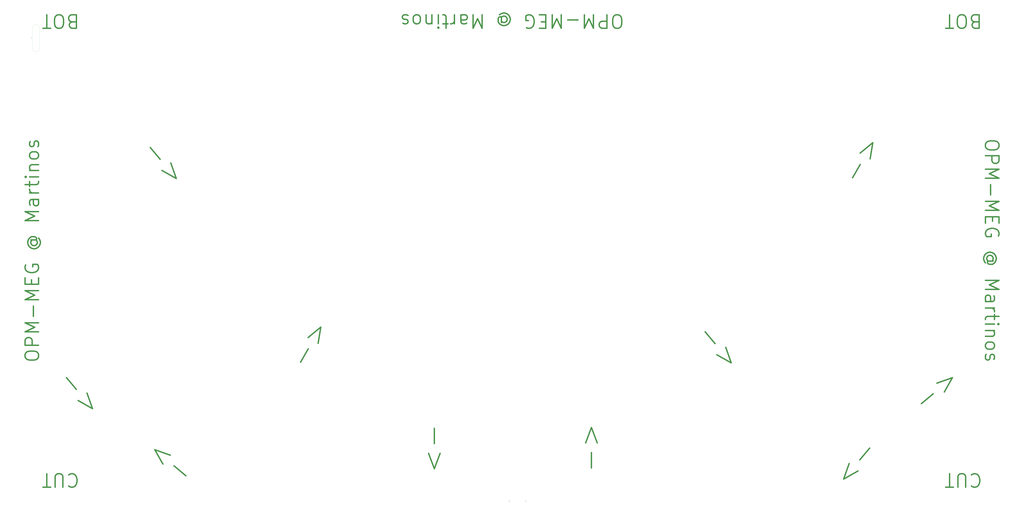
<source format=gbr>
%TF.GenerationSoftware,KiCad,Pcbnew,7.0.1-3b83917a11~172~ubuntu22.04.1*%
%TF.CreationDate,2023-07-04T11:09:48-04:00*%
%TF.ProjectId,coil_template_bott,636f696c-5f74-4656-9d70-6c6174655f62,rev?*%
%TF.SameCoordinates,Original*%
%TF.FileFunction,Legend,Top*%
%TF.FilePolarity,Positive*%
%FSLAX46Y46*%
G04 Gerber Fmt 4.6, Leading zero omitted, Abs format (unit mm)*
G04 Created by KiCad (PCBNEW 7.0.1-3b83917a11~172~ubuntu22.04.1) date 2023-07-04 11:09:48*
%MOMM*%
%LPD*%
G01*
G04 APERTURE LIST*
%ADD10C,2.000000*%
%ADD11C,0.150000*%
%ADD12C,0.120000*%
G04 APERTURE END LIST*
D10*
X107840221Y-597321787D02*
X129098604Y-609321766D01*
X129098604Y-609321766D02*
X120972411Y-586302571D01*
X105223636Y-580868687D02*
X90531348Y-563359100D01*
X1248924037Y-690708162D02*
X1240797844Y-713727358D01*
X1240797844Y-713727358D02*
X1262056228Y-701727378D01*
X1264672813Y-685274278D02*
X1279365101Y-667764691D01*
X93809523Y-707652380D02*
X94761904Y-706700000D01*
X94761904Y-706700000D02*
X97619047Y-705747619D01*
X97619047Y-705747619D02*
X99523809Y-705747619D01*
X99523809Y-705747619D02*
X102380952Y-706700000D01*
X102380952Y-706700000D02*
X104285714Y-708604761D01*
X104285714Y-708604761D02*
X105238095Y-710509523D01*
X105238095Y-710509523D02*
X106190476Y-714319047D01*
X106190476Y-714319047D02*
X106190476Y-717176190D01*
X106190476Y-717176190D02*
X105238095Y-720985714D01*
X105238095Y-720985714D02*
X104285714Y-722890476D01*
X104285714Y-722890476D02*
X102380952Y-724795238D01*
X102380952Y-724795238D02*
X99523809Y-725747619D01*
X99523809Y-725747619D02*
X97619047Y-725747619D01*
X97619047Y-725747619D02*
X94761904Y-724795238D01*
X94761904Y-724795238D02*
X93809523Y-723842857D01*
X85238095Y-725747619D02*
X85238095Y-709557142D01*
X85238095Y-709557142D02*
X84285714Y-707652380D01*
X84285714Y-707652380D02*
X83333333Y-706700000D01*
X83333333Y-706700000D02*
X81428571Y-705747619D01*
X81428571Y-705747619D02*
X77619047Y-705747619D01*
X77619047Y-705747619D02*
X75714285Y-706700000D01*
X75714285Y-706700000D02*
X74761904Y-707652380D01*
X74761904Y-707652380D02*
X73809523Y-709557142D01*
X73809523Y-709557142D02*
X73809523Y-725747619D01*
X67142857Y-725747619D02*
X55714285Y-725747619D01*
X61428571Y-705747619D02*
X61428571Y-725747619D01*
X907619047Y-45747619D02*
X903809523Y-45747619D01*
X903809523Y-45747619D02*
X901904761Y-44795238D01*
X901904761Y-44795238D02*
X899999999Y-42890476D01*
X899999999Y-42890476D02*
X899047618Y-39080952D01*
X899047618Y-39080952D02*
X899047618Y-32414285D01*
X899047618Y-32414285D02*
X899999999Y-28604761D01*
X899999999Y-28604761D02*
X901904761Y-26700000D01*
X901904761Y-26700000D02*
X903809523Y-25747619D01*
X903809523Y-25747619D02*
X907619047Y-25747619D01*
X907619047Y-25747619D02*
X909523809Y-26700000D01*
X909523809Y-26700000D02*
X911428571Y-28604761D01*
X911428571Y-28604761D02*
X912380952Y-32414285D01*
X912380952Y-32414285D02*
X912380952Y-39080952D01*
X912380952Y-39080952D02*
X911428571Y-42890476D01*
X911428571Y-42890476D02*
X909523809Y-44795238D01*
X909523809Y-44795238D02*
X907619047Y-45747619D01*
X890476190Y-25747619D02*
X890476190Y-45747619D01*
X890476190Y-45747619D02*
X882857142Y-45747619D01*
X882857142Y-45747619D02*
X880952380Y-44795238D01*
X880952380Y-44795238D02*
X879999999Y-43842857D01*
X879999999Y-43842857D02*
X879047618Y-41938095D01*
X879047618Y-41938095D02*
X879047618Y-39080952D01*
X879047618Y-39080952D02*
X879999999Y-37176190D01*
X879999999Y-37176190D02*
X880952380Y-36223809D01*
X880952380Y-36223809D02*
X882857142Y-35271428D01*
X882857142Y-35271428D02*
X890476190Y-35271428D01*
X870476190Y-25747619D02*
X870476190Y-45747619D01*
X870476190Y-45747619D02*
X863809523Y-31461904D01*
X863809523Y-31461904D02*
X857142856Y-45747619D01*
X857142856Y-45747619D02*
X857142856Y-25747619D01*
X847619047Y-33366666D02*
X832380952Y-33366666D01*
X822857142Y-25747619D02*
X822857142Y-45747619D01*
X822857142Y-45747619D02*
X816190475Y-31461904D01*
X816190475Y-31461904D02*
X809523808Y-45747619D01*
X809523808Y-45747619D02*
X809523808Y-25747619D01*
X799999999Y-36223809D02*
X793333332Y-36223809D01*
X790476189Y-25747619D02*
X799999999Y-25747619D01*
X799999999Y-25747619D02*
X799999999Y-45747619D01*
X799999999Y-45747619D02*
X790476189Y-45747619D01*
X771428570Y-44795238D02*
X773333332Y-45747619D01*
X773333332Y-45747619D02*
X776190475Y-45747619D01*
X776190475Y-45747619D02*
X779047618Y-44795238D01*
X779047618Y-44795238D02*
X780952380Y-42890476D01*
X780952380Y-42890476D02*
X781904761Y-40985714D01*
X781904761Y-40985714D02*
X782857142Y-37176190D01*
X782857142Y-37176190D02*
X782857142Y-34319047D01*
X782857142Y-34319047D02*
X781904761Y-30509523D01*
X781904761Y-30509523D02*
X780952380Y-28604761D01*
X780952380Y-28604761D02*
X779047618Y-26700000D01*
X779047618Y-26700000D02*
X776190475Y-25747619D01*
X776190475Y-25747619D02*
X774285713Y-25747619D01*
X774285713Y-25747619D02*
X771428570Y-26700000D01*
X771428570Y-26700000D02*
X770476189Y-27652380D01*
X770476189Y-27652380D02*
X770476189Y-34319047D01*
X770476189Y-34319047D02*
X774285713Y-34319047D01*
X734285713Y-35271428D02*
X735238094Y-36223809D01*
X735238094Y-36223809D02*
X737142856Y-37176190D01*
X737142856Y-37176190D02*
X739047618Y-37176190D01*
X739047618Y-37176190D02*
X740952380Y-36223809D01*
X740952380Y-36223809D02*
X741904761Y-35271428D01*
X741904761Y-35271428D02*
X742857142Y-33366666D01*
X742857142Y-33366666D02*
X742857142Y-31461904D01*
X742857142Y-31461904D02*
X741904761Y-29557142D01*
X741904761Y-29557142D02*
X740952380Y-28604761D01*
X740952380Y-28604761D02*
X739047618Y-27652380D01*
X739047618Y-27652380D02*
X737142856Y-27652380D01*
X737142856Y-27652380D02*
X735238094Y-28604761D01*
X735238094Y-28604761D02*
X734285713Y-29557142D01*
X734285713Y-37176190D02*
X734285713Y-29557142D01*
X734285713Y-29557142D02*
X733333332Y-28604761D01*
X733333332Y-28604761D02*
X732380951Y-28604761D01*
X732380951Y-28604761D02*
X730476190Y-29557142D01*
X730476190Y-29557142D02*
X729523809Y-31461904D01*
X729523809Y-31461904D02*
X729523809Y-36223809D01*
X729523809Y-36223809D02*
X731428571Y-39080952D01*
X731428571Y-39080952D02*
X734285713Y-40985714D01*
X734285713Y-40985714D02*
X738095237Y-41938095D01*
X738095237Y-41938095D02*
X741904761Y-40985714D01*
X741904761Y-40985714D02*
X744761904Y-39080952D01*
X744761904Y-39080952D02*
X746666666Y-36223809D01*
X746666666Y-36223809D02*
X747619047Y-32414285D01*
X747619047Y-32414285D02*
X746666666Y-28604761D01*
X746666666Y-28604761D02*
X744761904Y-25747619D01*
X744761904Y-25747619D02*
X741904761Y-23842857D01*
X741904761Y-23842857D02*
X738095237Y-22890476D01*
X738095237Y-22890476D02*
X734285713Y-23842857D01*
X734285713Y-23842857D02*
X731428571Y-25747619D01*
X705714285Y-25747619D02*
X705714285Y-45747619D01*
X705714285Y-45747619D02*
X699047618Y-31461904D01*
X699047618Y-31461904D02*
X692380951Y-45747619D01*
X692380951Y-45747619D02*
X692380951Y-25747619D01*
X674285713Y-25747619D02*
X674285713Y-36223809D01*
X674285713Y-36223809D02*
X675238094Y-38128571D01*
X675238094Y-38128571D02*
X677142856Y-39080952D01*
X677142856Y-39080952D02*
X680952380Y-39080952D01*
X680952380Y-39080952D02*
X682857142Y-38128571D01*
X674285713Y-26700000D02*
X676190475Y-25747619D01*
X676190475Y-25747619D02*
X680952380Y-25747619D01*
X680952380Y-25747619D02*
X682857142Y-26700000D01*
X682857142Y-26700000D02*
X683809523Y-28604761D01*
X683809523Y-28604761D02*
X683809523Y-30509523D01*
X683809523Y-30509523D02*
X682857142Y-32414285D01*
X682857142Y-32414285D02*
X680952380Y-33366666D01*
X680952380Y-33366666D02*
X676190475Y-33366666D01*
X676190475Y-33366666D02*
X674285713Y-34319047D01*
X664761904Y-25747619D02*
X664761904Y-39080952D01*
X664761904Y-35271428D02*
X663809523Y-37176190D01*
X663809523Y-37176190D02*
X662857142Y-38128571D01*
X662857142Y-38128571D02*
X660952380Y-39080952D01*
X660952380Y-39080952D02*
X659047618Y-39080952D01*
X655238095Y-39080952D02*
X647619047Y-39080952D01*
X652380952Y-45747619D02*
X652380952Y-28604761D01*
X652380952Y-28604761D02*
X651428571Y-26700000D01*
X651428571Y-26700000D02*
X649523809Y-25747619D01*
X649523809Y-25747619D02*
X647619047Y-25747619D01*
X640952381Y-25747619D02*
X640952381Y-39080952D01*
X640952381Y-45747619D02*
X641904762Y-44795238D01*
X641904762Y-44795238D02*
X640952381Y-43842857D01*
X640952381Y-43842857D02*
X640000000Y-44795238D01*
X640000000Y-44795238D02*
X640952381Y-45747619D01*
X640952381Y-45747619D02*
X640952381Y-43842857D01*
X631428571Y-39080952D02*
X631428571Y-25747619D01*
X631428571Y-37176190D02*
X630476190Y-38128571D01*
X630476190Y-38128571D02*
X628571428Y-39080952D01*
X628571428Y-39080952D02*
X625714285Y-39080952D01*
X625714285Y-39080952D02*
X623809523Y-38128571D01*
X623809523Y-38128571D02*
X622857142Y-36223809D01*
X622857142Y-36223809D02*
X622857142Y-25747619D01*
X610476190Y-25747619D02*
X612380952Y-26700000D01*
X612380952Y-26700000D02*
X613333333Y-27652380D01*
X613333333Y-27652380D02*
X614285714Y-29557142D01*
X614285714Y-29557142D02*
X614285714Y-35271428D01*
X614285714Y-35271428D02*
X613333333Y-37176190D01*
X613333333Y-37176190D02*
X612380952Y-38128571D01*
X612380952Y-38128571D02*
X610476190Y-39080952D01*
X610476190Y-39080952D02*
X607619047Y-39080952D01*
X607619047Y-39080952D02*
X605714285Y-38128571D01*
X605714285Y-38128571D02*
X604761904Y-37176190D01*
X604761904Y-37176190D02*
X603809523Y-35271428D01*
X603809523Y-35271428D02*
X603809523Y-29557142D01*
X603809523Y-29557142D02*
X604761904Y-27652380D01*
X604761904Y-27652380D02*
X605714285Y-26700000D01*
X605714285Y-26700000D02*
X607619047Y-25747619D01*
X607619047Y-25747619D02*
X610476190Y-25747619D01*
X596190476Y-26700000D02*
X594285714Y-25747619D01*
X594285714Y-25747619D02*
X590476190Y-25747619D01*
X590476190Y-25747619D02*
X588571428Y-26700000D01*
X588571428Y-26700000D02*
X587619047Y-28604761D01*
X587619047Y-28604761D02*
X587619047Y-29557142D01*
X587619047Y-29557142D02*
X588571428Y-31461904D01*
X588571428Y-31461904D02*
X590476190Y-32414285D01*
X590476190Y-32414285D02*
X593333333Y-32414285D01*
X593333333Y-32414285D02*
X595238095Y-33366666D01*
X595238095Y-33366666D02*
X596190476Y-35271428D01*
X596190476Y-35271428D02*
X596190476Y-36223809D01*
X596190476Y-36223809D02*
X595238095Y-38128571D01*
X595238095Y-38128571D02*
X593333333Y-39080952D01*
X593333333Y-39080952D02*
X590476190Y-39080952D01*
X590476190Y-39080952D02*
X588571428Y-38128571D01*
X1470747619Y-217380952D02*
X1470747619Y-221190476D01*
X1470747619Y-221190476D02*
X1469795238Y-223095238D01*
X1469795238Y-223095238D02*
X1467890476Y-225000000D01*
X1467890476Y-225000000D02*
X1464080952Y-225952381D01*
X1464080952Y-225952381D02*
X1457414285Y-225952381D01*
X1457414285Y-225952381D02*
X1453604761Y-225000000D01*
X1453604761Y-225000000D02*
X1451700000Y-223095238D01*
X1451700000Y-223095238D02*
X1450747619Y-221190476D01*
X1450747619Y-221190476D02*
X1450747619Y-217380952D01*
X1450747619Y-217380952D02*
X1451700000Y-215476190D01*
X1451700000Y-215476190D02*
X1453604761Y-213571428D01*
X1453604761Y-213571428D02*
X1457414285Y-212619047D01*
X1457414285Y-212619047D02*
X1464080952Y-212619047D01*
X1464080952Y-212619047D02*
X1467890476Y-213571428D01*
X1467890476Y-213571428D02*
X1469795238Y-215476190D01*
X1469795238Y-215476190D02*
X1470747619Y-217380952D01*
X1450747619Y-234523809D02*
X1470747619Y-234523809D01*
X1470747619Y-234523809D02*
X1470747619Y-242142857D01*
X1470747619Y-242142857D02*
X1469795238Y-244047619D01*
X1469795238Y-244047619D02*
X1468842857Y-245000000D01*
X1468842857Y-245000000D02*
X1466938095Y-245952381D01*
X1466938095Y-245952381D02*
X1464080952Y-245952381D01*
X1464080952Y-245952381D02*
X1462176190Y-245000000D01*
X1462176190Y-245000000D02*
X1461223809Y-244047619D01*
X1461223809Y-244047619D02*
X1460271428Y-242142857D01*
X1460271428Y-242142857D02*
X1460271428Y-234523809D01*
X1450747619Y-254523809D02*
X1470747619Y-254523809D01*
X1470747619Y-254523809D02*
X1456461904Y-261190476D01*
X1456461904Y-261190476D02*
X1470747619Y-267857143D01*
X1470747619Y-267857143D02*
X1450747619Y-267857143D01*
X1458366666Y-277380952D02*
X1458366666Y-292619048D01*
X1450747619Y-302142857D02*
X1470747619Y-302142857D01*
X1470747619Y-302142857D02*
X1456461904Y-308809524D01*
X1456461904Y-308809524D02*
X1470747619Y-315476191D01*
X1470747619Y-315476191D02*
X1450747619Y-315476191D01*
X1461223809Y-325000000D02*
X1461223809Y-331666667D01*
X1450747619Y-334523810D02*
X1450747619Y-325000000D01*
X1450747619Y-325000000D02*
X1470747619Y-325000000D01*
X1470747619Y-325000000D02*
X1470747619Y-334523810D01*
X1469795238Y-353571429D02*
X1470747619Y-351666667D01*
X1470747619Y-351666667D02*
X1470747619Y-348809524D01*
X1470747619Y-348809524D02*
X1469795238Y-345952381D01*
X1469795238Y-345952381D02*
X1467890476Y-344047619D01*
X1467890476Y-344047619D02*
X1465985714Y-343095238D01*
X1465985714Y-343095238D02*
X1462176190Y-342142857D01*
X1462176190Y-342142857D02*
X1459319047Y-342142857D01*
X1459319047Y-342142857D02*
X1455509523Y-343095238D01*
X1455509523Y-343095238D02*
X1453604761Y-344047619D01*
X1453604761Y-344047619D02*
X1451700000Y-345952381D01*
X1451700000Y-345952381D02*
X1450747619Y-348809524D01*
X1450747619Y-348809524D02*
X1450747619Y-350714286D01*
X1450747619Y-350714286D02*
X1451700000Y-353571429D01*
X1451700000Y-353571429D02*
X1452652380Y-354523810D01*
X1452652380Y-354523810D02*
X1459319047Y-354523810D01*
X1459319047Y-354523810D02*
X1459319047Y-350714286D01*
X1460271428Y-390714286D02*
X1461223809Y-389761905D01*
X1461223809Y-389761905D02*
X1462176190Y-387857143D01*
X1462176190Y-387857143D02*
X1462176190Y-385952381D01*
X1462176190Y-385952381D02*
X1461223809Y-384047619D01*
X1461223809Y-384047619D02*
X1460271428Y-383095238D01*
X1460271428Y-383095238D02*
X1458366666Y-382142857D01*
X1458366666Y-382142857D02*
X1456461904Y-382142857D01*
X1456461904Y-382142857D02*
X1454557142Y-383095238D01*
X1454557142Y-383095238D02*
X1453604761Y-384047619D01*
X1453604761Y-384047619D02*
X1452652380Y-385952381D01*
X1452652380Y-385952381D02*
X1452652380Y-387857143D01*
X1452652380Y-387857143D02*
X1453604761Y-389761905D01*
X1453604761Y-389761905D02*
X1454557142Y-390714286D01*
X1462176190Y-390714286D02*
X1454557142Y-390714286D01*
X1454557142Y-390714286D02*
X1453604761Y-391666667D01*
X1453604761Y-391666667D02*
X1453604761Y-392619048D01*
X1453604761Y-392619048D02*
X1454557142Y-394523809D01*
X1454557142Y-394523809D02*
X1456461904Y-395476190D01*
X1456461904Y-395476190D02*
X1461223809Y-395476190D01*
X1461223809Y-395476190D02*
X1464080952Y-393571429D01*
X1464080952Y-393571429D02*
X1465985714Y-390714286D01*
X1465985714Y-390714286D02*
X1466938095Y-386904762D01*
X1466938095Y-386904762D02*
X1465985714Y-383095238D01*
X1465985714Y-383095238D02*
X1464080952Y-380238095D01*
X1464080952Y-380238095D02*
X1461223809Y-378333333D01*
X1461223809Y-378333333D02*
X1457414285Y-377380952D01*
X1457414285Y-377380952D02*
X1453604761Y-378333333D01*
X1453604761Y-378333333D02*
X1450747619Y-380238095D01*
X1450747619Y-380238095D02*
X1448842857Y-383095238D01*
X1448842857Y-383095238D02*
X1447890476Y-386904762D01*
X1447890476Y-386904762D02*
X1448842857Y-390714286D01*
X1448842857Y-390714286D02*
X1450747619Y-393571429D01*
X1450747619Y-419285714D02*
X1470747619Y-419285714D01*
X1470747619Y-419285714D02*
X1456461904Y-425952381D01*
X1456461904Y-425952381D02*
X1470747619Y-432619048D01*
X1470747619Y-432619048D02*
X1450747619Y-432619048D01*
X1450747619Y-450714286D02*
X1461223809Y-450714286D01*
X1461223809Y-450714286D02*
X1463128571Y-449761905D01*
X1463128571Y-449761905D02*
X1464080952Y-447857143D01*
X1464080952Y-447857143D02*
X1464080952Y-444047619D01*
X1464080952Y-444047619D02*
X1463128571Y-442142857D01*
X1451700000Y-450714286D02*
X1450747619Y-448809524D01*
X1450747619Y-448809524D02*
X1450747619Y-444047619D01*
X1450747619Y-444047619D02*
X1451700000Y-442142857D01*
X1451700000Y-442142857D02*
X1453604761Y-441190476D01*
X1453604761Y-441190476D02*
X1455509523Y-441190476D01*
X1455509523Y-441190476D02*
X1457414285Y-442142857D01*
X1457414285Y-442142857D02*
X1458366666Y-444047619D01*
X1458366666Y-444047619D02*
X1458366666Y-448809524D01*
X1458366666Y-448809524D02*
X1459319047Y-450714286D01*
X1450747619Y-460238095D02*
X1464080952Y-460238095D01*
X1460271428Y-460238095D02*
X1462176190Y-461190476D01*
X1462176190Y-461190476D02*
X1463128571Y-462142857D01*
X1463128571Y-462142857D02*
X1464080952Y-464047619D01*
X1464080952Y-464047619D02*
X1464080952Y-465952381D01*
X1464080952Y-469761904D02*
X1464080952Y-477380952D01*
X1470747619Y-472619047D02*
X1453604761Y-472619047D01*
X1453604761Y-472619047D02*
X1451700000Y-473571428D01*
X1451700000Y-473571428D02*
X1450747619Y-475476190D01*
X1450747619Y-475476190D02*
X1450747619Y-477380952D01*
X1450747619Y-484047618D02*
X1464080952Y-484047618D01*
X1470747619Y-484047618D02*
X1469795238Y-483095237D01*
X1469795238Y-483095237D02*
X1468842857Y-484047618D01*
X1468842857Y-484047618D02*
X1469795238Y-484999999D01*
X1469795238Y-484999999D02*
X1470747619Y-484047618D01*
X1470747619Y-484047618D02*
X1468842857Y-484047618D01*
X1464080952Y-493571428D02*
X1450747619Y-493571428D01*
X1462176190Y-493571428D02*
X1463128571Y-494523809D01*
X1463128571Y-494523809D02*
X1464080952Y-496428571D01*
X1464080952Y-496428571D02*
X1464080952Y-499285714D01*
X1464080952Y-499285714D02*
X1463128571Y-501190476D01*
X1463128571Y-501190476D02*
X1461223809Y-502142857D01*
X1461223809Y-502142857D02*
X1450747619Y-502142857D01*
X1450747619Y-514523809D02*
X1451700000Y-512619047D01*
X1451700000Y-512619047D02*
X1452652380Y-511666666D01*
X1452652380Y-511666666D02*
X1454557142Y-510714285D01*
X1454557142Y-510714285D02*
X1460271428Y-510714285D01*
X1460271428Y-510714285D02*
X1462176190Y-511666666D01*
X1462176190Y-511666666D02*
X1463128571Y-512619047D01*
X1463128571Y-512619047D02*
X1464080952Y-514523809D01*
X1464080952Y-514523809D02*
X1464080952Y-517380952D01*
X1464080952Y-517380952D02*
X1463128571Y-519285714D01*
X1463128571Y-519285714D02*
X1462176190Y-520238095D01*
X1462176190Y-520238095D02*
X1460271428Y-521190476D01*
X1460271428Y-521190476D02*
X1454557142Y-521190476D01*
X1454557142Y-521190476D02*
X1452652380Y-520238095D01*
X1452652380Y-520238095D02*
X1451700000Y-519285714D01*
X1451700000Y-519285714D02*
X1450747619Y-517380952D01*
X1450747619Y-517380952D02*
X1450747619Y-514523809D01*
X1451700000Y-528809523D02*
X1450747619Y-530714285D01*
X1450747619Y-530714285D02*
X1450747619Y-534523809D01*
X1450747619Y-534523809D02*
X1451700000Y-536428571D01*
X1451700000Y-536428571D02*
X1453604761Y-537380952D01*
X1453604761Y-537380952D02*
X1454557142Y-537380952D01*
X1454557142Y-537380952D02*
X1456461904Y-536428571D01*
X1456461904Y-536428571D02*
X1457414285Y-534523809D01*
X1457414285Y-534523809D02*
X1457414285Y-531666666D01*
X1457414285Y-531666666D02*
X1458366666Y-529761904D01*
X1458366666Y-529761904D02*
X1460271428Y-528809523D01*
X1460271428Y-528809523D02*
X1461223809Y-528809523D01*
X1461223809Y-528809523D02*
X1463128571Y-529761904D01*
X1463128571Y-529761904D02*
X1464080952Y-531666666D01*
X1464080952Y-531666666D02*
X1464080952Y-534523809D01*
X1464080952Y-534523809D02*
X1463128571Y-536428571D01*
X29252380Y-532619047D02*
X29252380Y-528809523D01*
X29252380Y-528809523D02*
X30204761Y-526904761D01*
X30204761Y-526904761D02*
X32109523Y-524999999D01*
X32109523Y-524999999D02*
X35919047Y-524047618D01*
X35919047Y-524047618D02*
X42585714Y-524047618D01*
X42585714Y-524047618D02*
X46395238Y-524999999D01*
X46395238Y-524999999D02*
X48300000Y-526904761D01*
X48300000Y-526904761D02*
X49252380Y-528809523D01*
X49252380Y-528809523D02*
X49252380Y-532619047D01*
X49252380Y-532619047D02*
X48300000Y-534523809D01*
X48300000Y-534523809D02*
X46395238Y-536428571D01*
X46395238Y-536428571D02*
X42585714Y-537380952D01*
X42585714Y-537380952D02*
X35919047Y-537380952D01*
X35919047Y-537380952D02*
X32109523Y-536428571D01*
X32109523Y-536428571D02*
X30204761Y-534523809D01*
X30204761Y-534523809D02*
X29252380Y-532619047D01*
X49252380Y-515476190D02*
X29252380Y-515476190D01*
X29252380Y-515476190D02*
X29252380Y-507857142D01*
X29252380Y-507857142D02*
X30204761Y-505952380D01*
X30204761Y-505952380D02*
X31157142Y-504999999D01*
X31157142Y-504999999D02*
X33061904Y-504047618D01*
X33061904Y-504047618D02*
X35919047Y-504047618D01*
X35919047Y-504047618D02*
X37823809Y-504999999D01*
X37823809Y-504999999D02*
X38776190Y-505952380D01*
X38776190Y-505952380D02*
X39728571Y-507857142D01*
X39728571Y-507857142D02*
X39728571Y-515476190D01*
X49252380Y-495476190D02*
X29252380Y-495476190D01*
X29252380Y-495476190D02*
X43538095Y-488809523D01*
X43538095Y-488809523D02*
X29252380Y-482142856D01*
X29252380Y-482142856D02*
X49252380Y-482142856D01*
X41633333Y-472619047D02*
X41633333Y-457380952D01*
X49252380Y-447857142D02*
X29252380Y-447857142D01*
X29252380Y-447857142D02*
X43538095Y-441190475D01*
X43538095Y-441190475D02*
X29252380Y-434523808D01*
X29252380Y-434523808D02*
X49252380Y-434523808D01*
X38776190Y-424999999D02*
X38776190Y-418333332D01*
X49252380Y-415476189D02*
X49252380Y-424999999D01*
X49252380Y-424999999D02*
X29252380Y-424999999D01*
X29252380Y-424999999D02*
X29252380Y-415476189D01*
X30204761Y-396428570D02*
X29252380Y-398333332D01*
X29252380Y-398333332D02*
X29252380Y-401190475D01*
X29252380Y-401190475D02*
X30204761Y-404047618D01*
X30204761Y-404047618D02*
X32109523Y-405952380D01*
X32109523Y-405952380D02*
X34014285Y-406904761D01*
X34014285Y-406904761D02*
X37823809Y-407857142D01*
X37823809Y-407857142D02*
X40680952Y-407857142D01*
X40680952Y-407857142D02*
X44490476Y-406904761D01*
X44490476Y-406904761D02*
X46395238Y-405952380D01*
X46395238Y-405952380D02*
X48300000Y-404047618D01*
X48300000Y-404047618D02*
X49252380Y-401190475D01*
X49252380Y-401190475D02*
X49252380Y-399285713D01*
X49252380Y-399285713D02*
X48300000Y-396428570D01*
X48300000Y-396428570D02*
X47347619Y-395476189D01*
X47347619Y-395476189D02*
X40680952Y-395476189D01*
X40680952Y-395476189D02*
X40680952Y-399285713D01*
X39728571Y-359285713D02*
X38776190Y-360238094D01*
X38776190Y-360238094D02*
X37823809Y-362142856D01*
X37823809Y-362142856D02*
X37823809Y-364047618D01*
X37823809Y-364047618D02*
X38776190Y-365952380D01*
X38776190Y-365952380D02*
X39728571Y-366904761D01*
X39728571Y-366904761D02*
X41633333Y-367857142D01*
X41633333Y-367857142D02*
X43538095Y-367857142D01*
X43538095Y-367857142D02*
X45442857Y-366904761D01*
X45442857Y-366904761D02*
X46395238Y-365952380D01*
X46395238Y-365952380D02*
X47347619Y-364047618D01*
X47347619Y-364047618D02*
X47347619Y-362142856D01*
X47347619Y-362142856D02*
X46395238Y-360238094D01*
X46395238Y-360238094D02*
X45442857Y-359285713D01*
X37823809Y-359285713D02*
X45442857Y-359285713D01*
X45442857Y-359285713D02*
X46395238Y-358333332D01*
X46395238Y-358333332D02*
X46395238Y-357380951D01*
X46395238Y-357380951D02*
X45442857Y-355476190D01*
X45442857Y-355476190D02*
X43538095Y-354523809D01*
X43538095Y-354523809D02*
X38776190Y-354523809D01*
X38776190Y-354523809D02*
X35919047Y-356428571D01*
X35919047Y-356428571D02*
X34014285Y-359285713D01*
X34014285Y-359285713D02*
X33061904Y-363095237D01*
X33061904Y-363095237D02*
X34014285Y-366904761D01*
X34014285Y-366904761D02*
X35919047Y-369761904D01*
X35919047Y-369761904D02*
X38776190Y-371666666D01*
X38776190Y-371666666D02*
X42585714Y-372619047D01*
X42585714Y-372619047D02*
X46395238Y-371666666D01*
X46395238Y-371666666D02*
X49252380Y-369761904D01*
X49252380Y-369761904D02*
X51157142Y-366904761D01*
X51157142Y-366904761D02*
X52109523Y-363095237D01*
X52109523Y-363095237D02*
X51157142Y-359285713D01*
X51157142Y-359285713D02*
X49252380Y-356428571D01*
X49252380Y-330714285D02*
X29252380Y-330714285D01*
X29252380Y-330714285D02*
X43538095Y-324047618D01*
X43538095Y-324047618D02*
X29252380Y-317380951D01*
X29252380Y-317380951D02*
X49252380Y-317380951D01*
X49252380Y-299285713D02*
X38776190Y-299285713D01*
X38776190Y-299285713D02*
X36871428Y-300238094D01*
X36871428Y-300238094D02*
X35919047Y-302142856D01*
X35919047Y-302142856D02*
X35919047Y-305952380D01*
X35919047Y-305952380D02*
X36871428Y-307857142D01*
X48300000Y-299285713D02*
X49252380Y-301190475D01*
X49252380Y-301190475D02*
X49252380Y-305952380D01*
X49252380Y-305952380D02*
X48300000Y-307857142D01*
X48300000Y-307857142D02*
X46395238Y-308809523D01*
X46395238Y-308809523D02*
X44490476Y-308809523D01*
X44490476Y-308809523D02*
X42585714Y-307857142D01*
X42585714Y-307857142D02*
X41633333Y-305952380D01*
X41633333Y-305952380D02*
X41633333Y-301190475D01*
X41633333Y-301190475D02*
X40680952Y-299285713D01*
X49252380Y-289761904D02*
X35919047Y-289761904D01*
X39728571Y-289761904D02*
X37823809Y-288809523D01*
X37823809Y-288809523D02*
X36871428Y-287857142D01*
X36871428Y-287857142D02*
X35919047Y-285952380D01*
X35919047Y-285952380D02*
X35919047Y-284047618D01*
X35919047Y-280238095D02*
X35919047Y-272619047D01*
X29252380Y-277380952D02*
X46395238Y-277380952D01*
X46395238Y-277380952D02*
X48300000Y-276428571D01*
X48300000Y-276428571D02*
X49252380Y-274523809D01*
X49252380Y-274523809D02*
X49252380Y-272619047D01*
X49252380Y-265952381D02*
X35919047Y-265952381D01*
X29252380Y-265952381D02*
X30204761Y-266904762D01*
X30204761Y-266904762D02*
X31157142Y-265952381D01*
X31157142Y-265952381D02*
X30204761Y-265000000D01*
X30204761Y-265000000D02*
X29252380Y-265952381D01*
X29252380Y-265952381D02*
X31157142Y-265952381D01*
X35919047Y-256428571D02*
X49252380Y-256428571D01*
X37823809Y-256428571D02*
X36871428Y-255476190D01*
X36871428Y-255476190D02*
X35919047Y-253571428D01*
X35919047Y-253571428D02*
X35919047Y-250714285D01*
X35919047Y-250714285D02*
X36871428Y-248809523D01*
X36871428Y-248809523D02*
X38776190Y-247857142D01*
X38776190Y-247857142D02*
X49252380Y-247857142D01*
X49252380Y-235476190D02*
X48300000Y-237380952D01*
X48300000Y-237380952D02*
X47347619Y-238333333D01*
X47347619Y-238333333D02*
X45442857Y-239285714D01*
X45442857Y-239285714D02*
X39728571Y-239285714D01*
X39728571Y-239285714D02*
X37823809Y-238333333D01*
X37823809Y-238333333D02*
X36871428Y-237380952D01*
X36871428Y-237380952D02*
X35919047Y-235476190D01*
X35919047Y-235476190D02*
X35919047Y-232619047D01*
X35919047Y-232619047D02*
X36871428Y-230714285D01*
X36871428Y-230714285D02*
X37823809Y-229761904D01*
X37823809Y-229761904D02*
X39728571Y-228809523D01*
X39728571Y-228809523D02*
X45442857Y-228809523D01*
X45442857Y-228809523D02*
X47347619Y-229761904D01*
X47347619Y-229761904D02*
X48300000Y-230714285D01*
X48300000Y-230714285D02*
X49252380Y-232619047D01*
X49252380Y-232619047D02*
X49252380Y-235476190D01*
X48300000Y-221190476D02*
X49252380Y-219285714D01*
X49252380Y-219285714D02*
X49252380Y-215476190D01*
X49252380Y-215476190D02*
X48300000Y-213571428D01*
X48300000Y-213571428D02*
X46395238Y-212619047D01*
X46395238Y-212619047D02*
X45442857Y-212619047D01*
X45442857Y-212619047D02*
X43538095Y-213571428D01*
X43538095Y-213571428D02*
X42585714Y-215476190D01*
X42585714Y-215476190D02*
X42585714Y-218333333D01*
X42585714Y-218333333D02*
X41633333Y-220238095D01*
X41633333Y-220238095D02*
X39728571Y-221190476D01*
X39728571Y-221190476D02*
X38776190Y-221190476D01*
X38776190Y-221190476D02*
X36871428Y-220238095D01*
X36871428Y-220238095D02*
X35919047Y-218333333D01*
X35919047Y-218333333D02*
X35919047Y-215476190D01*
X35919047Y-215476190D02*
X36871428Y-213571428D01*
X1389855178Y-584685206D02*
X1401855157Y-563426823D01*
X1401855157Y-563426823D02*
X1378835962Y-571553016D01*
X1373402078Y-587301791D02*
X1355892491Y-601994079D01*
X1280042016Y-239290722D02*
X1284047513Y-215210141D01*
X1284047513Y-215210141D02*
X1265195866Y-230719293D01*
X1265476084Y-247376799D02*
X1254047513Y-267171665D01*
X876133081Y-660170871D02*
X867561653Y-637313728D01*
X867561653Y-637313728D02*
X858990224Y-660170871D01*
X867561653Y-674456585D02*
X867561653Y-697313728D01*
X1053162037Y-529491178D02*
X1074420420Y-541491157D01*
X1074420420Y-541491157D02*
X1066294227Y-518471962D01*
X1050545452Y-513038078D02*
X1035853164Y-495528491D01*
X244286462Y-678374995D02*
X221267266Y-670248802D01*
X221267266Y-670248802D02*
X233267246Y-691507186D01*
X249720346Y-694123771D02*
X267229933Y-708816059D01*
X626464798Y-675538214D02*
X635036227Y-698395356D01*
X635036227Y-698395356D02*
X643607655Y-675538214D01*
X635036227Y-661252499D02*
X635036227Y-638395357D01*
X231844980Y-256335286D02*
X253103363Y-268335265D01*
X253103363Y-268335265D02*
X244977170Y-245316070D01*
X229228395Y-239882186D02*
X214536107Y-222372599D01*
X1429999999Y-707652380D02*
X1430952380Y-706700000D01*
X1430952380Y-706700000D02*
X1433809523Y-705747619D01*
X1433809523Y-705747619D02*
X1435714285Y-705747619D01*
X1435714285Y-705747619D02*
X1438571428Y-706700000D01*
X1438571428Y-706700000D02*
X1440476190Y-708604761D01*
X1440476190Y-708604761D02*
X1441428571Y-710509523D01*
X1441428571Y-710509523D02*
X1442380952Y-714319047D01*
X1442380952Y-714319047D02*
X1442380952Y-717176190D01*
X1442380952Y-717176190D02*
X1441428571Y-720985714D01*
X1441428571Y-720985714D02*
X1440476190Y-722890476D01*
X1440476190Y-722890476D02*
X1438571428Y-724795238D01*
X1438571428Y-724795238D02*
X1435714285Y-725747619D01*
X1435714285Y-725747619D02*
X1433809523Y-725747619D01*
X1433809523Y-725747619D02*
X1430952380Y-724795238D01*
X1430952380Y-724795238D02*
X1429999999Y-723842857D01*
X1421428571Y-725747619D02*
X1421428571Y-709557142D01*
X1421428571Y-709557142D02*
X1420476190Y-707652380D01*
X1420476190Y-707652380D02*
X1419523809Y-706700000D01*
X1419523809Y-706700000D02*
X1417619047Y-705747619D01*
X1417619047Y-705747619D02*
X1413809523Y-705747619D01*
X1413809523Y-705747619D02*
X1411904761Y-706700000D01*
X1411904761Y-706700000D02*
X1410952380Y-707652380D01*
X1410952380Y-707652380D02*
X1409999999Y-709557142D01*
X1409999999Y-709557142D02*
X1409999999Y-725747619D01*
X1403333333Y-725747619D02*
X1391904761Y-725747619D01*
X1397619047Y-705747619D02*
X1397619047Y-725747619D01*
X98571428Y-36223809D02*
X95714285Y-35271428D01*
X95714285Y-35271428D02*
X94761904Y-34319047D01*
X94761904Y-34319047D02*
X93809523Y-32414285D01*
X93809523Y-32414285D02*
X93809523Y-29557142D01*
X93809523Y-29557142D02*
X94761904Y-27652380D01*
X94761904Y-27652380D02*
X95714285Y-26700000D01*
X95714285Y-26700000D02*
X97619047Y-25747619D01*
X97619047Y-25747619D02*
X105238095Y-25747619D01*
X105238095Y-25747619D02*
X105238095Y-45747619D01*
X105238095Y-45747619D02*
X98571428Y-45747619D01*
X98571428Y-45747619D02*
X96666666Y-44795238D01*
X96666666Y-44795238D02*
X95714285Y-43842857D01*
X95714285Y-43842857D02*
X94761904Y-41938095D01*
X94761904Y-41938095D02*
X94761904Y-40033333D01*
X94761904Y-40033333D02*
X95714285Y-38128571D01*
X95714285Y-38128571D02*
X96666666Y-37176190D01*
X96666666Y-37176190D02*
X98571428Y-36223809D01*
X98571428Y-36223809D02*
X105238095Y-36223809D01*
X81428571Y-45747619D02*
X77619047Y-45747619D01*
X77619047Y-45747619D02*
X75714285Y-44795238D01*
X75714285Y-44795238D02*
X73809523Y-42890476D01*
X73809523Y-42890476D02*
X72857142Y-39080952D01*
X72857142Y-39080952D02*
X72857142Y-32414285D01*
X72857142Y-32414285D02*
X73809523Y-28604761D01*
X73809523Y-28604761D02*
X75714285Y-26700000D01*
X75714285Y-26700000D02*
X77619047Y-25747619D01*
X77619047Y-25747619D02*
X81428571Y-25747619D01*
X81428571Y-25747619D02*
X83333333Y-26700000D01*
X83333333Y-26700000D02*
X85238095Y-28604761D01*
X85238095Y-28604761D02*
X86190476Y-32414285D01*
X86190476Y-32414285D02*
X86190476Y-39080952D01*
X86190476Y-39080952D02*
X85238095Y-42890476D01*
X85238095Y-42890476D02*
X83333333Y-44795238D01*
X83333333Y-44795238D02*
X81428571Y-45747619D01*
X67142857Y-45747619D02*
X55714285Y-45747619D01*
X61428571Y-25747619D02*
X61428571Y-45747619D01*
X1434761904Y-36223809D02*
X1431904761Y-35271428D01*
X1431904761Y-35271428D02*
X1430952380Y-34319047D01*
X1430952380Y-34319047D02*
X1429999999Y-32414285D01*
X1429999999Y-32414285D02*
X1429999999Y-29557142D01*
X1429999999Y-29557142D02*
X1430952380Y-27652380D01*
X1430952380Y-27652380D02*
X1431904761Y-26700000D01*
X1431904761Y-26700000D02*
X1433809523Y-25747619D01*
X1433809523Y-25747619D02*
X1441428571Y-25747619D01*
X1441428571Y-25747619D02*
X1441428571Y-45747619D01*
X1441428571Y-45747619D02*
X1434761904Y-45747619D01*
X1434761904Y-45747619D02*
X1432857142Y-44795238D01*
X1432857142Y-44795238D02*
X1431904761Y-43842857D01*
X1431904761Y-43842857D02*
X1430952380Y-41938095D01*
X1430952380Y-41938095D02*
X1430952380Y-40033333D01*
X1430952380Y-40033333D02*
X1431904761Y-38128571D01*
X1431904761Y-38128571D02*
X1432857142Y-37176190D01*
X1432857142Y-37176190D02*
X1434761904Y-36223809D01*
X1434761904Y-36223809D02*
X1441428571Y-36223809D01*
X1417619047Y-45747619D02*
X1413809523Y-45747619D01*
X1413809523Y-45747619D02*
X1411904761Y-44795238D01*
X1411904761Y-44795238D02*
X1409999999Y-42890476D01*
X1409999999Y-42890476D02*
X1409047618Y-39080952D01*
X1409047618Y-39080952D02*
X1409047618Y-32414285D01*
X1409047618Y-32414285D02*
X1409999999Y-28604761D01*
X1409999999Y-28604761D02*
X1411904761Y-26700000D01*
X1411904761Y-26700000D02*
X1413809523Y-25747619D01*
X1413809523Y-25747619D02*
X1417619047Y-25747619D01*
X1417619047Y-25747619D02*
X1419523809Y-26700000D01*
X1419523809Y-26700000D02*
X1421428571Y-28604761D01*
X1421428571Y-28604761D02*
X1422380952Y-32414285D01*
X1422380952Y-32414285D02*
X1422380952Y-39080952D01*
X1422380952Y-39080952D02*
X1421428571Y-42890476D01*
X1421428571Y-42890476D02*
X1419523809Y-44795238D01*
X1419523809Y-44795238D02*
X1417619047Y-45747619D01*
X1403333333Y-45747619D02*
X1391904761Y-45747619D01*
X1397619047Y-25747619D02*
X1397619047Y-45747619D01*
X462993409Y-512626060D02*
X466998906Y-488545479D01*
X466998906Y-488545479D02*
X448147259Y-504054631D01*
X448427477Y-520712137D02*
X436998906Y-540507003D01*
D11*
%TO.C,J1*%
X38462619Y-60588333D02*
X39176904Y-60588333D01*
X39176904Y-60588333D02*
X39319761Y-60635952D01*
X39319761Y-60635952D02*
X39415000Y-60731190D01*
X39415000Y-60731190D02*
X39462619Y-60874047D01*
X39462619Y-60874047D02*
X39462619Y-60969285D01*
X39462619Y-59588333D02*
X39462619Y-60159761D01*
X39462619Y-59874047D02*
X38462619Y-59874047D01*
X38462619Y-59874047D02*
X38605476Y-59969285D01*
X38605476Y-59969285D02*
X38700714Y-60064523D01*
X38700714Y-60064523D02*
X38748333Y-60159761D01*
%TO.C,N1*%
X746652619Y-747261904D02*
X745652619Y-747261904D01*
X745652619Y-747261904D02*
X746652619Y-746690476D01*
X746652619Y-746690476D02*
X745652619Y-746690476D01*
X746652619Y-745690476D02*
X746652619Y-746261904D01*
X746652619Y-745976190D02*
X745652619Y-745976190D01*
X745652619Y-745976190D02*
X745795476Y-746071428D01*
X745795476Y-746071428D02*
X745890714Y-746166666D01*
X745890714Y-746166666D02*
X745938333Y-746261904D01*
%TO.C,P1*%
X771182412Y-747238094D02*
X770182412Y-747238094D01*
X770182412Y-747238094D02*
X770182412Y-746857142D01*
X770182412Y-746857142D02*
X770230031Y-746761904D01*
X770230031Y-746761904D02*
X770277650Y-746714285D01*
X770277650Y-746714285D02*
X770372888Y-746666666D01*
X770372888Y-746666666D02*
X770515745Y-746666666D01*
X770515745Y-746666666D02*
X770610983Y-746714285D01*
X770610983Y-746714285D02*
X770658602Y-746761904D01*
X770658602Y-746761904D02*
X770706221Y-746857142D01*
X770706221Y-746857142D02*
X770706221Y-747238094D01*
X771182412Y-745714285D02*
X771182412Y-746285713D01*
X771182412Y-745999999D02*
X770182412Y-745999999D01*
X770182412Y-745999999D02*
X770325269Y-746095237D01*
X770325269Y-746095237D02*
X770420507Y-746190475D01*
X770420507Y-746190475D02*
X770468126Y-746285713D01*
D12*
%TO.C,J1*%
X39990000Y-45240000D02*
X39990000Y-75240000D01*
X50490000Y-75240000D02*
X50490000Y-45240000D01*
X50490000Y-45240000D02*
G75*
G03*
X39990000Y-45240000I-5250000J0D01*
G01*
X39990000Y-75240000D02*
G75*
G03*
X50490000Y-75240000I5250000J0D01*
G01*
%TD*%
M02*

</source>
